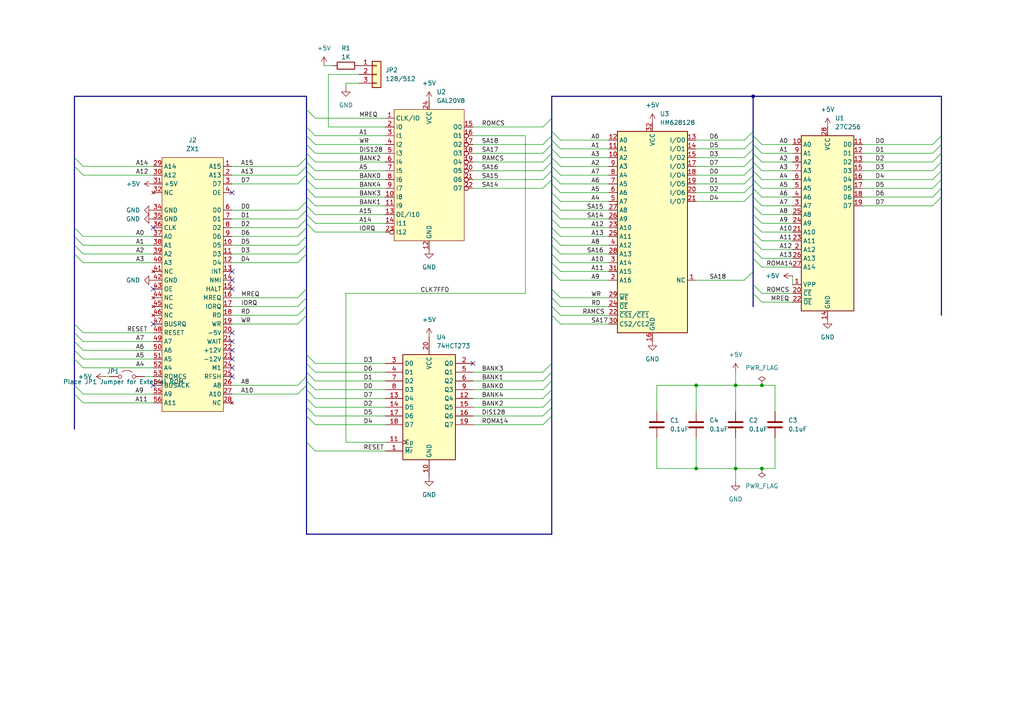
<source format=kicad_sch>
(kicad_sch (version 20250114) (generator "eeschema") (generator_version "9.0")
  (paper "A4")
  (lib_symbols
    (symbol "Connector_Generic:Conn_01x03" (pin_names (offset 1.016) (hide yes))
      (property "Reference" "J" (at 0 5.08 0))
      (property "Value" "Conn_01x03" (at 0 -5.08 0))
      (symbol "Conn_01x03_1_1"
        (rectangle (start -1.27 3.81) (end 1.27 -3.81) (stroke (width 0.254)) (fill (type background)))
        (rectangle (start -1.27 2.667) (end 0 2.413) (stroke (width 0.1524)))
        (rectangle (start -1.27 0.127) (end 0 -0.127) (stroke (width 0.1524)))
        (rectangle (start -1.27 -2.413) (end 0 -2.667) (stroke (width 0.1524)))
        (pin passive line (at -5.08 2.54 0) (length 3.81) (name "Pin_1") (number "1"))
        (pin passive line (at -5.08 0 0) (length 3.81) (name "Pin_2") (number "2"))
        (pin passive line (at -5.08 -2.54 0) (length 3.81) (name "Pin_3") (number "3"))
      )
    )
    (symbol "Device:C" (pin_numbers (hide yes)) (pin_names (offset 0.254))
      (property "Reference" "C" (at 0.635 2.54 0))
      (property "Value" "C" (at 0.635 -2.54 0))
      (symbol "C_0_1"
        (polyline (pts (xy -2.032 0.762) (xy 2.032 0.762)) (stroke (width 0.508)))
        (polyline (pts (xy -2.032 -0.762) (xy 2.032 -0.762)) (stroke (width 0.508)))
      )
      (symbol "C_1_1"
        (pin passive line (at 0 3.81 270) (length 2.794) (name "~") (number "1"))
        (pin passive line (at 0 -3.81 90) (length 2.794) (name "~") (number "2"))
      )
    )
    (symbol "Device:R" (pin_numbers (hide yes)) (pin_names (offset 0))
      (property "Reference" "R" (at 2.032 0 90))
      (property "Value" "R" (at 0 0 90))
      (symbol "R_0_1"
        (rectangle (start -1.016 -2.54) (end 1.016 2.54) (stroke (width 0.254)))
      )
      (symbol "R_1_1"
        (pin passive line (at 0 3.81 270) (length 1.27) (name "~") (number "1"))
        (pin passive line (at 0 -3.81 90) (length 1.27) (name "~") (number "2"))
      )
    )
    (symbol "Expander_lib:74HCT273"
      (property "Reference" "U" (at -7.62 16.51 0))
      (property "Value" "74HCT273" (at -7.62 -16.51 0))
      (symbol "74HCT273_1_0"
        (pin input line (at -12.7 12.7 0) (length 5.08) (name "D0") (number "3"))
        (pin input line (at -12.7 10.16 0) (length 5.08) (name "D1") (number "4"))
        (pin input line (at -12.7 7.62 0) (length 5.08) (name "D2") (number "7"))
        (pin input line (at -12.7 5.08 0) (length 5.08) (name "D3") (number "8"))
        (pin input line (at -12.7 2.54 0) (length 5.08) (name "D4") (number "13"))
        (pin input line (at -12.7 0 0) (length 5.08) (name "D5") (number "14"))
        (pin input line (at -12.7 -2.54 0) (length 5.08) (name "D6") (number "17"))
        (pin input line (at -12.7 -5.08 0) (length 5.08) (name "D7") (number "18"))
        (pin input clock (at -12.7 -10.16 0) (length 5.08) (name "Cp") (number "11"))
        (pin input line (at -12.7 -12.7 0) (length 5.08) (name "~{Mr}") (number "1"))
        (pin power_in line (at 0 20.32 270) (length 5.08) (name "VCC") (number "20"))
        (pin power_in line (at 0 -20.32 90) (length 5.08) (name "GND") (number "10"))
        (pin output line (at 12.7 12.7 180) (length 5.08) (name "Q0") (number "2"))
        (pin output line (at 12.7 10.16 180) (length 5.08) (name "Q1") (number "5"))
        (pin output line (at 12.7 7.62 180) (length 5.08) (name "Q2") (number "6"))
        (pin output line (at 12.7 5.08 180) (length 5.08) (name "Q3") (number "9"))
        (pin output line (at 12.7 2.54 180) (length 5.08) (name "Q4") (number "12"))
        (pin output line (at 12.7 0 180) (length 5.08) (name "Q5") (number "15"))
        (pin output line (at 12.7 -2.54 180) (length 5.08) (name "Q6") (number "16"))
        (pin output line (at 12.7 -5.08 180) (length 5.08) (name "Q7") (number "19"))
      )
      (symbol "74HCT273_1_1"
        (rectangle (start -7.62 15.24) (end 7.62 -15.24) (stroke (width 0.254)) (fill (type background)))
      )
    )
    (symbol "Expander_lib:GAL20V8"
      (property "Reference" "U" (at -12.7 16.51 0))
      (property "Value" "GAL20V8" (at 0 0 0))
      (symbol "GAL20V8_0_0"
        (pin input line (at -12.7 16.51 0) (length 2.54) (name "CLK/IO") (number "1"))
        (pin input line (at -12.7 13.97 0) (length 2.54) (name "I0") (number "2"))
        (pin input line (at -12.7 11.43 0) (length 2.54) (name "I1") (number "3"))
        (pin input line (at -12.7 8.89 0) (length 2.54) (name "I2") (number "4"))
        (pin input line (at -12.7 6.35 0) (length 2.54) (name "I3") (number "5"))
        (pin input line (at -12.7 3.81 0) (length 2.54) (name "I4") (number "6"))
        (pin input line (at -12.7 1.27 0) (length 2.54) (name "I5") (number "7"))
        (pin input line (at -12.7 -1.27 0) (length 2.54) (name "I6") (number "8"))
        (pin input line (at -12.7 -3.81 0) (length 2.54) (name "I7") (number "9"))
        (pin input line (at -12.7 -6.35 0) (length 2.54) (name "I8") (number "10"))
        (pin input line (at -12.7 -8.89 0) (length 2.54) (name "I9") (number "11"))
        (pin input line (at -12.7 -11.43 0) (length 2.54) (name "OE/I10") (number "13"))
        (pin input line (at -12.7 -13.97 0) (length 2.54) (name "I11") (number "14"))
        (pin output inverted (at -12.7 -16.51 0) (length 2.54) (name "I12") (number "23"))
        (pin power_in line (at 0 21.59 270) (length 2.54) (name "VCC") (number "24"))
        (pin power_in line (at 0 -21.59 90) (length 2.54) (name "GND") (number "12"))
        (pin input line (at 12.7 13.97 180) (length 2.54) (name "O0") (number "15"))
        (pin output inverted (at 12.7 11.43 180) (length 2.54) (name "O1") (number "16"))
        (pin output inverted (at 12.7 8.89 180) (length 2.54) (name "O2") (number "17"))
        (pin output inverted (at 12.7 6.35 180) (length 2.54) (name "O3") (number "18"))
        (pin output inverted (at 12.7 3.81 180) (length 2.54) (name "O4") (number "19"))
        (pin output inverted (at 12.7 1.27 180) (length 2.54) (name "O5") (number "20"))
        (pin output inverted (at 12.7 -1.27 180) (length 2.54) (name "O6") (number "21"))
        (pin output inverted (at 12.7 -3.81 180) (length 2.54) (name "O7") (number "22"))
      )
      (symbol "GAL20V8_1_1"
        (rectangle (start -10.16 19.05) (end 10.16 -19.05) (fill (type background)))
      )
    )
    (symbol "Expander_lib:HM628128_DIP32"
      (property "Reference" "U" (at -10.16 23.495 0))
      (property "Value" "HM628128_DIP32" (at 2.54 23.495 0))
      (symbol "HM628128_DIP32_0_0"
        (pin power_in line (at 0 25.4 270) (length 2.54) (name "VCC") (number "32"))
        (pin power_in line (at 0 -38.1 90) (length 2.54) (name "GND") (number "16"))
      )
      (symbol "HM628128_DIP32_0_1"
        (rectangle (start -10.16 22.86) (end 10.16 -35.56) (stroke (width 0.254)) (fill (type background)))
      )
      (symbol "HM628128_DIP32_1_1"
        (pin input line (at -12.7 20.32 0) (length 2.54) (name "A0") (number "12"))
        (pin input line (at -12.7 17.78 0) (length 2.54) (name "A1") (number "11"))
        (pin input line (at -12.7 15.24 0) (length 2.54) (name "A2") (number "10"))
        (pin input line (at -12.7 12.7 0) (length 2.54) (name "A3") (number "9"))
        (pin input line (at -12.7 10.16 0) (length 2.54) (name "A4") (number "8"))
        (pin input line (at -12.7 7.62 0) (length 2.54) (name "A5") (number "7"))
        (pin input line (at -12.7 5.08 0) (length 2.54) (name "A6") (number "6"))
        (pin input line (at -12.7 2.54 0) (length 2.54) (name "A7") (number "5"))
        (pin input line (at -12.7 0 0) (length 2.54) (name "A8") (number "27"))
        (pin input line (at -12.7 -2.54 0) (length 2.54) (name "A9") (number "26"))
        (pin input line (at -12.7 -5.08 0) (length 2.54) (name "A10") (number "23"))
        (pin input line (at -12.7 -7.62 0) (length 2.54) (name "A11") (number "25"))
        (pin input line (at -12.7 -10.16 0) (length 2.54) (name "A12") (number "4"))
        (pin input line (at -12.7 -12.7 0) (length 2.54) (name "A13") (number "28"))
        (pin input line (at -12.7 -15.24 0) (length 2.54) (name "A14") (number "3"))
        (pin input line (at -12.7 -17.78 0) (length 2.54) (name "A15") (number "31"))
        (pin input line (at -12.7 -20.32 0) (length 2.54) (name "A16") (number "2"))
        (pin input line (at -12.7 -25.4 0) (length 2.54) (name "~{WE}") (number "29"))
        (pin input line (at -12.7 -27.94 0) (length 2.54) (name "~{OE}") (number "24"))
        (pin input line (at -12.7 -30.48 0) (length 2.54) (name "~{CS1}/~{CE1}") (number "22"))
        (pin input line (at -12.7 -33.02 0) (length 2.54) (name "CS2/CE2") (number "30"))
        (pin tri_state line (at 12.7 20.32 180) (length 2.54) (name "I/O0") (number "13"))
        (pin tri_state line (at 12.7 17.78 180) (length 2.54) (name "I/O1") (number "14"))
        (pin tri_state line (at 12.7 15.24 180) (length 2.54) (name "I/O2") (number "15"))
        (pin tri_state line (at 12.7 12.7 180) (length 2.54) (name "I/O3") (number "17"))
        (pin tri_state line (at 12.7 10.16 180) (length 2.54) (name "I/O4") (number "18"))
        (pin tri_state line (at 12.7 7.62 180) (length 2.54) (name "I/O5") (number "19"))
        (pin tri_state line (at 12.7 5.08 180) (length 2.54) (name "I/O6") (number "20"))
        (pin tri_state line (at 12.7 2.54 180) (length 2.54) (name "I/O7") (number "21"))
        (pin input line (at 12.7 -20.32 180) (length 2.54) (name "NC") (number "1"))
      )
    )
    (symbol "Expander_lib:ZXBUS"
      (property "Reference" "J2" (at 0 43.18 0))
      (property "Value" "ZX1" (at 0 40.64 0))
      (symbol "ZXBUS_1_1"
        (rectangle (start 8.89 38.1) (end -8.89 -35.56) (fill (type background)))
        (pin bidirectional line (at -11.43 35.56 0) (length 2.54) (name "A14") (number "29"))
        (pin bidirectional line (at -11.43 33.02 0) (length 2.54) (name "A12") (number "30"))
        (pin power_in line (at -11.43 30.48 0) (length 2.54) (name "+5V") (number "31"))
        (pin no_connect line (at -11.43 27.94 0) (length 2.54) (name "NC") (number "32"))
        (pin power_in line (at -11.43 22.86 0) (length 2.54) (name "GND") (number "34"))
        (pin power_in line (at -11.43 20.32 0) (length 2.54) (name "GND") (number "35"))
        (pin bidirectional line (at -11.43 17.78 0) (length 2.54) (name "CLK") (number "36"))
        (pin bidirectional line (at -11.43 15.24 0) (length 2.54) (name "A0") (number "37"))
        (pin bidirectional line (at -11.43 12.7 0) (length 2.54) (name "A1") (number "38"))
        (pin bidirectional line (at -11.43 10.16 0) (length 2.54) (name "A2") (number "39"))
        (pin bidirectional line (at -11.43 7.62 0) (length 2.54) (name "A3") (number "40"))
        (pin no_connect line (at -11.43 5.08 0) (length 2.54) (name "NC") (number "41"))
        (pin power_in line (at -11.43 2.54 0) (length 2.54) (name "GND") (number "42"))
        (pin bidirectional line (at -11.43 0 0) (length 2.54) (name "OE") (number "43"))
        (pin no_connect line (at -11.43 -2.54 0) (length 2.54) (name "NC") (number "44"))
        (pin no_connect line (at -11.43 -5.08 0) (length 2.54) (name "NC") (number "45"))
        (pin no_connect line (at -11.43 -7.62 0) (length 2.54) (name "NC") (number "46"))
        (pin bidirectional line (at -11.43 -10.16 0) (length 2.54) (name "BUSRQ") (number "47"))
        (pin bidirectional line (at -11.43 -12.7 0) (length 2.54) (name "RESET") (number "48"))
        (pin bidirectional line (at -11.43 -15.24 0) (length 2.54) (name "A7") (number "49"))
        (pin bidirectional line (at -11.43 -17.78 0) (length 2.54) (name "A6") (number "50"))
        (pin bidirectional line (at -11.43 -20.32 0) (length 2.54) (name "A5") (number "51"))
        (pin bidirectional line (at -11.43 -22.86 0) (length 2.54) (name "A4") (number "52"))
        (pin bidirectional line (at -11.43 -25.4 0) (length 2.54) (name "ROMCS") (number "53"))
        (pin bidirectional line (at -11.43 -27.94 0) (length 2.54) (name "BUSACK") (number "54"))
        (pin bidirectional line (at -11.43 -30.48 0) (length 2.54) (name "A9") (number "55"))
        (pin bidirectional line (at -11.43 -33.02 0) (length 2.54) (name "A11") (number "56"))
        (pin bidirectional line (at 11.43 35.56 180) (length 2.54) (name "A15") (number "1"))
        (pin bidirectional line (at 11.43 33.02 180) (length 2.54) (name "A13") (number "2"))
        (pin bidirectional line (at 11.43 30.48 180) (length 2.54) (name "D7") (number "3"))
        (pin bidirectional line (at 11.43 27.94 180) (length 2.54) (name "OE") (number "4"))
        (pin bidirectional line (at 11.43 22.86 180) (length 2.54) (name "D0") (number "6"))
        (pin bidirectional line (at 11.43 20.32 180) (length 2.54) (name "D1") (number "7"))
        (pin bidirectional line (at 11.43 17.78 180) (length 2.54) (name "D2") (number "8"))
        (pin bidirectional line (at 11.43 15.24 180) (length 2.54) (name "D6") (number "9"))
        (pin bidirectional line (at 11.43 12.7 180) (length 2.54) (name "D5") (number "10"))
        (pin bidirectional line (at 11.43 10.16 180) (length 2.54) (name "D3") (number "11"))
        (pin bidirectional line (at 11.43 7.62 180) (length 2.54) (name "D4") (number "12"))
        (pin bidirectional line (at 11.43 5.08 180) (length 2.54) (name "INT") (number "13"))
        (pin bidirectional line (at 11.43 2.54 180) (length 2.54) (name "NMI") (number "14"))
        (pin bidirectional line (at 11.43 0 180) (length 2.54) (name "HALT") (number "15"))
        (pin bidirectional line (at 11.43 -2.54 180) (length 2.54) (name "MREQ") (number "16"))
        (pin bidirectional line (at 11.43 -5.08 180) (length 2.54) (name "IORQ") (number "17"))
        (pin bidirectional line (at 11.43 -7.62 180) (length 2.54) (name "RD") (number "18"))
        (pin bidirectional line (at 11.43 -10.16 180) (length 2.54) (name "WR") (number "19"))
        (pin power_in line (at 11.43 -12.7 180) (length 2.54) (name "-5V") (number "20"))
        (pin bidirectional line (at 11.43 -15.24 180) (length 2.54) (name "WAIT") (number "21"))
        (pin power_in line (at 11.43 -17.78 180) (length 2.54) (name "+12V") (number "22"))
        (pin power_in line (at 11.43 -20.32 180) (length 2.54) (name "-12V") (number "23"))
        (pin bidirectional line (at 11.43 -22.86 180) (length 2.54) (name "M1") (number "24"))
        (pin bidirectional line (at 11.43 -25.4 180) (length 2.54) (name "RFSH") (number "25"))
        (pin bidirectional line (at 11.43 -27.94 180) (length 2.54) (name "A8") (number "26"))
        (pin bidirectional line (at 11.43 -30.48 180) (length 2.54) (name "A10") (number "27"))
        (pin no_connect line (at 11.43 -33.02 180) (length 2.54) (name "NC") (number "28"))
      )
    )
    (symbol "Jumper:Jumper_2_Open" (pin_numbers (hide yes)) (pin_names (offset 0) (hide yes)) (exclude_from_sim yes)
      (property "Reference" "JP" (at 0 2.794 0))
      (property "Value" "Jumper_2_Open" (at 0 -2.286 0))
      (symbol "Jumper_2_Open_0_0"
        (circle (center -2.032 0) (radius 0.508))
        (circle (center 2.032 0) (radius 0.508))
      )
      (symbol "Jumper_2_Open_0_1"
        (arc (start -1.524 1.27) (mid 0 1.778) (end 1.524 1.27))
      )
      (symbol "Jumper_2_Open_1_1"
        (pin passive line (at -5.08 0 0) (length 2.54) (name "A") (number "1"))
        (pin passive line (at 5.08 0 180) (length 2.54) (name "B") (number "2"))
      )
    )
    (symbol "Memory_EPROM:27C256"
      (property "Reference" "U" (at -7.62 26.67 0))
      (property "Value" "27C256" (at 2.54 -26.67 0))
      (symbol "27C256_1_1"
        (rectangle (start -7.62 25.4) (end 7.62 -25.4) (stroke (width 0.254)) (fill (type background)))
        (pin input line (at -10.16 22.86 0) (length 2.54) (name "A0") (number "10"))
        (pin input line (at -10.16 20.32 0) (length 2.54) (name "A1") (number "9"))
        (pin input line (at -10.16 17.78 0) (length 2.54) (name "A2") (number "8"))
        (pin input line (at -10.16 15.24 0) (length 2.54) (name "A3") (number "7"))
        (pin input line (at -10.16 12.7 0) (length 2.54) (name "A4") (number "6"))
        (pin input line (at -10.16 10.16 0) (length 2.54) (name "A5") (number "5"))
        (pin input line (at -10.16 7.62 0) (length 2.54) (name "A6") (number "4"))
        (pin input line (at -10.16 5.08 0) (length 2.54) (name "A7") (number "3"))
        (pin input line (at -10.16 2.54 0) (length 2.54) (name "A8") (number "25"))
        (pin input line (at -10.16 0 0) (length 2.54) (name "A9") (number "24"))
        (pin input line (at -10.16 -2.54 0) (length 2.54) (name "A10") (number "21"))
        (pin input line (at -10.16 -5.08 0) (length 2.54) (name "A11") (number "23"))
        (pin input line (at -10.16 -7.62 0) (length 2.54) (name "A12") (number "2"))
        (pin input line (at -10.16 -10.16 0) (length 2.54) (name "A13") (number "26"))
        (pin input line (at -10.16 -12.7 0) (length 2.54) (name "A14") (number "27"))
        (pin input line (at -10.16 -17.78 0) (length 2.54) (name "VPP") (number "1"))
        (pin input line (at -10.16 -20.32 0) (length 2.54) (name "~{CE}") (number "20"))
        (pin input line (at -10.16 -22.86 0) (length 2.54) (name "~{OE}") (number "22"))
        (pin power_in line (at 0 27.94 270) (length 2.54) (name "VCC") (number "28"))
        (pin power_in line (at 0 -27.94 90) (length 2.54) (name "GND") (number "14"))
        (pin tri_state line (at 10.16 22.86 180) (length 2.54) (name "D0") (number "11"))
        (pin tri_state line (at 10.16 20.32 180) (length 2.54) (name "D1") (number "12"))
        (pin tri_state line (at 10.16 17.78 180) (length 2.54) (name "D2") (number "13"))
        (pin tri_state line (at 10.16 15.24 180) (length 2.54) (name "D3") (number "15"))
        (pin tri_state line (at 10.16 12.7 180) (length 2.54) (name "D4") (number "16"))
        (pin tri_state line (at 10.16 10.16 180) (length 2.54) (name "D5") (number "17"))
        (pin tri_state line (at 10.16 7.62 180) (length 2.54) (name "D6") (number "18"))
        (pin tri_state line (at 10.16 5.08 180) (length 2.54) (name "D7") (number "19"))
      )
    )
    (symbol "power:+5V" (power) (pin_numbers (hide yes)) (pin_names (offset 0) (hide yes))
      (property "Value" "+5V" (at 0 3.556 0))
      (symbol "+5V_0_1"
        (polyline (pts (xy -0.762 1.27) (xy 0 2.54)))
        (polyline (pts (xy 0 2.54) (xy 0.762 1.27)))
        (polyline (pts (xy 0 0) (xy 0 2.54)))
      )
      (symbol "+5V_1_1"
        (pin power_in line (at 0 0 90) (length 0) (name "~") (number "1"))
      )
    )
    (symbol "power:GND" (power) (pin_numbers (hide yes)) (pin_names (offset 0) (hide yes))
      (property "Value" "GND" (at 0 -3.81 0))
      (symbol "GND_0_1"
        (polyline (pts (xy 0 0) (xy 0 -1.27) (xy 1.27 -1.27) (xy 0 -2.54) (xy -1.27 -1.27) (xy 0 -1.27)))
      )
      (symbol "GND_1_1"
        (pin power_in line (at 0 0 270) (length 0) (name "~") (number "1"))
      )
    )
    (symbol "power:PWR_FLAG" (power) (pin_numbers (hide yes)) (pin_names (offset 0) (hide yes))
      (property "Value" "PWR_FLAG" (at 0 3.81 0))
      (symbol "PWR_FLAG_0_0"
        (pin power_out line (at 0 0 90) (length 0) (name "~") (number "1"))
      )
      (symbol "PWR_FLAG_0_1"
        (polyline (pts (xy 0 0) (xy 0 1.27) (xy -1.016 1.905) (xy 0 2.54) (xy 1.016 1.905) (xy 0 1.27)))
      )
    )
  )
  (junction (at 213.36 111.76))
  (junction (at 220.98 135.89))
  (junction (at 213.36 135.89))
  (junction (at 201.93 111.76))
  (junction (at 201.93 135.89))
  (junction (at 220.98 111.76))
  (junction (at 218.44 27.94))
  (no_connect (at 44.45 111.76))
  (no_connect (at 44.45 93.98))
  (no_connect (at 67.31 109.22))
  (no_connect (at 67.31 106.68))
  (no_connect (at 44.45 66.04))
  (no_connect (at 67.31 104.14))
  (no_connect (at 67.31 99.06))
  (no_connect (at 67.31 83.82))
  (no_connect (at 67.31 101.6))
  (no_connect (at 44.45 83.82))
  (no_connect (at 137.16 105.41))
  (no_connect (at 67.31 55.88))
  (no_connect (at 67.31 81.28))
  (no_connect (at 67.31 78.74))
  (no_connect (at 67.31 96.52))
  (bus_entry (at 220.98 64.77) (size -2.54 -2.54))
  (bus_entry (at 273.05 54.61) (size -2.54 2.54))
  (bus_entry (at 160.02 76.2) (size 2.54 2.54))
  (bus_entry (at 88.9 110.49) (size 2.54 2.54))
  (bus_entry (at 218.44 48.26) (size -2.54 2.54))
  (bus_entry (at 218.44 45.72) (size -2.54 2.54))
  (bus_entry (at 88.9 57.15) (size 2.54 2.54))
  (bus_entry (at 273.05 46.99) (size -2.54 2.54))
  (bus_entry (at 88.9 86.36) (size -2.54 2.54))
  (bus_entry (at 220.98 44.45) (size -2.54 -2.54))
  (bus_entry (at 273.05 49.53) (size -2.54 2.54))
  (bus_entry (at 160.02 46.99) (size -2.54 2.54))
  (bus_entry (at 88.9 50.8) (size -2.54 2.54))
  (bus_entry (at 88.9 128.27) (size 2.54 2.54))
  (bus_entry (at 160.02 43.18) (size 2.54 2.54))
  (bus_entry (at 218.44 50.8) (size -2.54 2.54))
  (bus_entry (at 88.9 52.07) (size 2.54 2.54))
  (bus_entry (at 220.98 72.39) (size -2.54 -2.54))
  (bus_entry (at 88.9 88.9) (size -2.54 2.54))
  (bus_entry (at 220.98 49.53) (size -2.54 -2.54))
  (bus_entry (at 160.02 83.82) (size 2.54 2.54))
  (bus_entry (at 88.9 44.45) (size 2.54 2.54))
  (bus_entry (at 220.98 85.09) (size -2.54 -2.54))
  (bus_entry (at 160.02 73.66) (size 2.54 2.54))
  (bus_entry (at 21.59 68.58) (size 2.54 2.54))
  (bus_entry (at 21.59 48.26) (size 2.54 2.54))
  (bus_entry (at 160.02 68.58) (size 2.54 2.54))
  (bus_entry (at 88.9 111.76) (size -2.54 2.54))
  (bus_entry (at 21.59 93.98) (size 2.54 2.54))
  (bus_entry (at 160.02 63.5) (size 2.54 2.54))
  (bus_entry (at 220.98 67.31) (size -2.54 -2.54))
  (bus_entry (at 160.02 115.57) (size -2.54 2.54))
  (bus_entry (at 88.9 41.91) (size 2.54 2.54))
  (bus_entry (at 160.02 39.37) (size -2.54 2.54))
  (bus_entry (at 88.9 54.61) (size 2.54 2.54))
  (bus_entry (at 88.9 109.22) (size -2.54 2.54))
  (bus_entry (at 88.9 73.66) (size -2.54 2.54))
  (bus_entry (at 160.02 120.65) (size -2.54 2.54))
  (bus_entry (at 21.59 73.66) (size 2.54 2.54))
  (bus_entry (at 88.9 68.58) (size -2.54 2.54))
  (bus_entry (at 160.02 48.26) (size 2.54 2.54))
  (bus_entry (at 21.59 101.6) (size 2.54 2.54))
  (bus_entry (at 21.59 66.04) (size 2.54 2.54))
  (bus_entry (at 160.02 58.42) (size 2.54 2.54))
  (bus_entry (at 21.59 111.76) (size 2.54 2.54))
  (bus_entry (at 88.9 62.23) (size 2.54 2.54))
  (bus_entry (at 220.98 52.07) (size -2.54 -2.54))
  (bus_entry (at 218.44 78.74) (size -2.54 2.54))
  (bus_entry (at 273.05 52.07) (size -2.54 2.54))
  (bus_entry (at 88.9 120.65) (size 2.54 2.54))
  (bus_entry (at 21.59 114.3) (size 2.54 2.54))
  (bus_entry (at 160.02 110.49) (size -2.54 2.54))
  (bus_entry (at 218.44 38.1) (size -2.54 2.54))
  (bus_entry (at 160.02 107.95) (size -2.54 2.54))
  (bus_entry (at 88.9 46.99) (size 2.54 2.54))
  (bus_entry (at 88.9 113.03) (size 2.54 2.54))
  (bus_entry (at 88.9 118.11) (size 2.54 2.54))
  (bus_entry (at 160.02 86.36) (size 2.54 2.54))
  (bus_entry (at 21.59 104.14) (size 2.54 2.54))
  (bus_entry (at 160.02 44.45) (size -2.54 2.54))
  (bus_entry (at 88.9 71.12) (size -2.54 2.54))
  (bus_entry (at 160.02 118.11) (size -2.54 2.54))
  (bus_entry (at 160.02 50.8) (size 2.54 2.54))
  (bus_entry (at 88.9 102.87) (size 2.54 2.54))
  (bus_entry (at 88.9 115.57) (size 2.54 2.54))
  (bus_entry (at 273.05 39.37) (size -2.54 2.54))
  (bus_entry (at 88.9 105.41) (size 2.54 2.54))
  (bus_entry (at 220.98 41.91) (size -2.54 -2.54))
  (bus_entry (at 160.02 66.04) (size 2.54 2.54))
  (bus_entry (at 88.9 64.77) (size 2.54 2.54))
  (bus_entry (at 273.05 44.45) (size -2.54 2.54))
  (bus_entry (at 21.59 99.06) (size 2.54 2.54))
  (bus_entry (at 88.9 63.5) (size -2.54 2.54))
  (bus_entry (at 220.98 59.69) (size -2.54 -2.54))
  (bus_entry (at 88.9 83.82) (size -2.54 2.54))
  (bus_entry (at 218.44 40.64) (size -2.54 2.54))
  (bus_entry (at 160.02 113.03) (size -2.54 2.54))
  (bus_entry (at 160.02 38.1) (size 2.54 2.54))
  (bus_entry (at 160.02 78.74) (size 2.54 2.54))
  (bus_entry (at 273.05 41.91) (size -2.54 2.54))
  (bus_entry (at 220.98 46.99) (size -2.54 -2.54))
  (bus_entry (at 220.98 54.61) (size -2.54 -2.54))
  (bus_entry (at 220.98 62.23) (size -2.54 -2.54))
  (bus_entry (at 160.02 41.91) (size -2.54 2.54))
  (bus_entry (at 160.02 91.44) (size 2.54 2.54))
  (bus_entry (at 88.9 48.26) (size -2.54 2.54))
  (bus_entry (at 160.02 49.53) (size -2.54 2.54))
  (bus_entry (at 88.9 59.69) (size 2.54 2.54))
  (bus_entry (at 160.02 53.34) (size 2.54 2.54))
  (bus_entry (at 160.02 40.64) (size 2.54 2.54))
  (bus_entry (at 220.98 69.85) (size -2.54 -2.54))
  (bus_entry (at 88.9 60.96) (size -2.54 2.54))
  (bus_entry (at 160.02 71.12) (size 2.54 2.54))
  (bus_entry (at 220.98 87.63) (size -2.54 -2.54))
  (bus_entry (at 88.9 91.44) (size -2.54 2.54))
  (bus_entry (at 21.59 71.12) (size 2.54 2.54))
  (bus_entry (at 273.05 57.15) (size -2.54 2.54))
  (bus_entry (at 160.02 52.07) (size -2.54 2.54))
  (bus_entry (at 160.02 60.96) (size 2.54 2.54))
  (bus_entry (at 220.98 77.47) (size -2.54 -2.54))
  (bus_entry (at 88.9 58.42) (size -2.54 2.54))
  (bus_entry (at 160.02 45.72) (size 2.54 2.54))
  (bus_entry (at 218.44 55.88) (size -2.54 2.54))
  (bus_entry (at 160.02 55.88) (size 2.54 2.54))
  (bus_entry (at 220.98 74.93) (size -2.54 -2.54))
  (bus_entry (at 218.44 53.34) (size -2.54 2.54))
  (bus_entry (at 88.9 31.75) (size 2.54 2.54))
  (bus_entry (at 88.9 49.53) (size 2.54 2.54))
  (bus_entry (at 21.59 45.72) (size 2.54 2.54))
  (bus_entry (at 88.9 66.04) (size -2.54 2.54))
  (bus_entry (at 218.44 43.18) (size -2.54 2.54))
  (bus_entry (at 88.9 36.83) (size 2.54 2.54))
  (bus_entry (at 160.02 34.29) (size -2.54 2.54))
  (bus_entry (at 160.02 105.41) (size -2.54 2.54))
  (bus_entry (at 21.59 96.52) (size 2.54 2.54))
  (bus_entry (at 88.9 107.95) (size 2.54 2.54))
  (bus_entry (at 220.98 57.15) (size -2.54 -2.54))
  (bus_entry (at 88.9 45.72) (size -2.54 2.54))
  (bus_entry (at 160.02 88.9) (size 2.54 2.54))
  (bus_entry (at 88.9 39.37) (size 2.54 2.54))
  (bus (pts (xy 21.59 101.6) (xy 21.59 99.06)))
  (wire (pts (xy 24.13 48.26) (xy 44.45 48.26)))
  (wire (pts (xy 67.31 91.44) (xy 86.36 91.44)))
  (bus (pts (xy 88.9 63.5) (xy 88.9 64.77)))
  (bus (pts (xy 88.9 46.99) (xy 88.9 48.26)))
  (wire (pts (xy 111.76 36.83) (xy 95.25 36.83)))
  (bus (pts (xy 160.02 63.5) (xy 160.02 60.96)))
  (wire (pts (xy 91.44 67.31) (xy 111.76 67.31)))
  (wire (pts (xy 220.98 54.61) (xy 229.87 54.61)))
  (wire (pts (xy 270.51 52.07) (xy 250.19 52.07)))
  (wire (pts (xy 220.98 69.85) (xy 229.87 69.85)))
  (wire (pts (xy 220.98 64.77) (xy 229.87 64.77)))
  (wire (pts (xy 157.48 54.61) (xy 137.16 54.61)))
  (bus (pts (xy 88.9 107.95) (xy 88.9 109.22)))
  (bus (pts (xy 88.9 73.66) (xy 88.9 83.82)))
  (bus (pts (xy 88.9 60.96) (xy 88.9 62.23)))
  (bus (pts (xy 160.02 113.03) (xy 160.02 110.49)))
  (bus (pts (xy 21.59 93.98) (xy 21.59 96.52)))
  (wire (pts (xy 220.98 74.93) (xy 229.87 74.93)))
  (wire (pts (xy 270.51 46.99) (xy 250.19 46.99)))
  (wire (pts (xy 91.44 59.69) (xy 111.76 59.69)))
  (bus (pts (xy 21.59 68.58) (xy 21.59 66.04)))
  (wire (pts (xy 67.31 111.76) (xy 86.36 111.76)))
  (bus (pts (xy 160.02 60.96) (xy 160.02 58.42)))
  (wire (pts (xy 215.9 55.88) (xy 201.93 55.88)))
  (bus (pts (xy 160.02 53.34) (xy 160.02 52.07)))
  (wire (pts (xy 220.98 59.69) (xy 229.87 59.69)))
  (bus (pts (xy 218.44 39.37) (xy 218.44 40.64)))
  (wire (pts (xy 220.98 85.09) (xy 229.87 85.09)))
  (bus (pts (xy 160.02 68.58) (xy 160.02 66.04)))
  (bus (pts (xy 218.44 69.85) (xy 218.44 72.39)))
  (bus (pts (xy 88.9 45.72) (xy 88.9 46.99)))
  (wire (pts (xy 91.44 118.11) (xy 111.76 118.11)))
  (wire (pts (xy 67.31 48.26) (xy 86.36 48.26)))
  (bus (pts (xy 218.44 40.64) (xy 218.44 41.91)))
  (wire (pts (xy 215.9 53.34) (xy 201.93 53.34)))
  (wire (pts (xy 190.5 127) (xy 190.5 135.89)))
  (wire (pts (xy 104.14 24.13) (xy 100.33 24.13)))
  (wire (pts (xy 215.9 43.18) (xy 201.93 43.18)))
  (bus (pts (xy 88.9 27.94) (xy 88.9 31.75)))
  (wire (pts (xy 157.48 41.91) (xy 137.16 41.91)))
  (bus (pts (xy 160.02 55.88) (xy 160.02 53.34)))
  (bus (pts (xy 160.02 88.9) (xy 160.02 86.36)))
  (wire (pts (xy 270.51 59.69) (xy 250.19 59.69)))
  (bus (pts (xy 218.44 82.55) (xy 218.44 85.09)))
  (wire (pts (xy 157.48 123.19) (xy 137.16 123.19)))
  (bus (pts (xy 273.05 41.91) (xy 273.05 44.45)))
  (wire (pts (xy 111.76 128.27) (xy 100.33 128.27)))
  (bus (pts (xy 21.59 114.3) (xy 21.59 124.46)))
  (bus (pts (xy 21.59 73.66) (xy 21.59 93.98)))
  (wire (pts (xy 91.44 64.77) (xy 111.76 64.77)))
  (bus (pts (xy 160.02 73.66) (xy 160.02 71.12)))
  (bus (pts (xy 160.02 34.29) (xy 160.02 27.94)))
  (bus (pts (xy 218.44 52.07) (xy 218.44 53.34)))
  (wire (pts (xy 67.31 93.98) (xy 86.36 93.98)))
  (bus (pts (xy 21.59 114.3) (xy 21.59 111.76)))
  (bus (pts (xy 218.44 72.39) (xy 218.44 74.93)))
  (wire (pts (xy 220.98 41.91) (xy 229.87 41.91)))
  (bus (pts (xy 88.9 52.07) (xy 88.9 54.61)))
  (wire (pts (xy 67.31 86.36) (xy 86.36 86.36)))
  (wire (pts (xy 220.98 49.53) (xy 229.87 49.53)))
  (bus (pts (xy 160.02 49.53) (xy 160.02 48.26)))
  (bus (pts (xy 88.9 102.87) (xy 88.9 105.41)))
  (wire (pts (xy 91.44 57.15) (xy 111.76 57.15)))
  (bus (pts (xy 218.44 45.72) (xy 218.44 46.99)))
  (wire (pts (xy 220.98 62.23) (xy 229.87 62.23)))
  (wire (pts (xy 24.13 73.66) (xy 44.45 73.66)))
  (wire (pts (xy 67.31 50.8) (xy 86.36 50.8)))
  (wire (pts (xy 201.93 119.38) (xy 201.93 111.76)))
  (bus (pts (xy 218.44 49.53) (xy 218.44 50.8)))
  (bus (pts (xy 160.02 120.65) (xy 160.02 154.94)))
  (wire (pts (xy 91.44 41.91) (xy 111.76 41.91)))
  (wire (pts (xy 162.56 55.88) (xy 176.53 55.88)))
  (bus (pts (xy 160.02 107.95) (xy 160.02 105.41)))
  (wire (pts (xy 215.9 58.42) (xy 201.93 58.42)))
  (wire (pts (xy 162.56 63.5) (xy 176.53 63.5)))
  (wire (pts (xy 162.56 93.98) (xy 176.53 93.98)))
  (wire (pts (xy 190.5 135.89) (xy 201.93 135.89)))
  (bus (pts (xy 160.02 91.44) (xy 160.02 88.9)))
  (wire (pts (xy 162.56 91.44) (xy 176.53 91.44)))
  (bus (pts (xy 160.02 39.37) (xy 160.02 38.1)))
  (bus (pts (xy 88.9 115.57) (xy 88.9 118.11)))
  (wire (pts (xy 215.9 48.26) (xy 201.93 48.26)))
  (bus (pts (xy 160.02 78.74) (xy 160.02 76.2)))
  (wire (pts (xy 41.91 109.22) (xy 44.45 109.22)))
  (bus (pts (xy 88.9 105.41) (xy 88.9 107.95)))
  (wire (pts (xy 24.13 101.6) (xy 44.45 101.6)))
  (wire (pts (xy 157.48 110.49) (xy 137.16 110.49)))
  (wire (pts (xy 224.79 127) (xy 224.79 135.89)))
  (bus (pts (xy 88.9 110.49) (xy 88.9 111.76)))
  (bus (pts (xy 218.44 59.69) (xy 218.44 62.23)))
  (wire (pts (xy 67.31 63.5) (xy 86.36 63.5)))
  (wire (pts (xy 152.4 85.09) (xy 152.4 39.37)))
  (wire (pts (xy 229.87 80.01) (xy 229.87 82.55)))
  (wire (pts (xy 220.98 57.15) (xy 229.87 57.15)))
  (bus (pts (xy 88.9 128.27) (xy 88.9 154.94)))
  (wire (pts (xy 220.98 52.07) (xy 229.87 52.07)))
  (wire (pts (xy 270.51 57.15) (xy 250.19 57.15)))
  (bus (pts (xy 273.05 46.99) (xy 273.05 49.53)))
  (wire (pts (xy 220.98 72.39) (xy 229.87 72.39)))
  (wire (pts (xy 91.44 105.41) (xy 111.76 105.41)))
  (wire (pts (xy 24.13 104.14) (xy 44.45 104.14)))
  (wire (pts (xy 215.9 45.72) (xy 201.93 45.72)))
  (wire (pts (xy 91.44 123.19) (xy 111.76 123.19)))
  (wire (pts (xy 162.56 86.36) (xy 176.53 86.36)))
  (bus (pts (xy 160.02 41.91) (xy 160.02 40.64)))
  (wire (pts (xy 162.56 78.74) (xy 176.53 78.74)))
  (wire (pts (xy 213.36 139.7) (xy 213.36 135.89)))
  (bus (pts (xy 88.9 118.11) (xy 88.9 120.65)))
  (wire (pts (xy 67.31 53.34) (xy 86.36 53.34)))
  (bus (pts (xy 21.59 27.94) (xy 88.9 27.94)))
  (bus (pts (xy 88.9 154.94) (xy 160.02 154.94)))
  (bus (pts (xy 160.02 27.94) (xy 218.44 27.94)))
  (wire (pts (xy 67.31 68.58) (xy 86.36 68.58)))
  (bus (pts (xy 21.59 104.14) (xy 21.59 101.6)))
  (bus (pts (xy 88.9 54.61) (xy 88.9 57.15)))
  (wire (pts (xy 157.48 44.45) (xy 137.16 44.45)))
  (wire (pts (xy 162.56 81.28) (xy 176.53 81.28)))
  (wire (pts (xy 190.5 119.38) (xy 190.5 111.76)))
  (wire (pts (xy 213.36 111.76) (xy 213.36 119.38)))
  (wire (pts (xy 224.79 119.38) (xy 224.79 111.76)))
  (wire (pts (xy 215.9 40.64) (xy 201.93 40.64)))
  (wire (pts (xy 162.56 43.18) (xy 176.53 43.18)))
  (wire (pts (xy 24.13 96.52) (xy 44.45 96.52)))
  (wire (pts (xy 157.48 49.53) (xy 137.16 49.53)))
  (bus (pts (xy 88.9 62.23) (xy 88.9 63.5)))
  (bus (pts (xy 88.9 57.15) (xy 88.9 58.42)))
  (wire (pts (xy 162.56 40.64) (xy 176.53 40.64)))
  (wire (pts (xy 67.31 114.3) (xy 86.36 114.3)))
  (wire (pts (xy 91.44 130.81) (xy 111.76 130.81)))
  (wire (pts (xy 157.48 107.95) (xy 137.16 107.95)))
  (wire (pts (xy 162.56 58.42) (xy 176.53 58.42)))
  (wire (pts (xy 100.33 24.13) (xy 100.33 25.4)))
  (bus (pts (xy 218.44 62.23) (xy 218.44 64.77)))
  (bus (pts (xy 218.44 44.45) (xy 218.44 45.72)))
  (wire (pts (xy 270.51 41.91) (xy 250.19 41.91)))
  (bus (pts (xy 160.02 40.64) (xy 160.02 39.37)))
  (wire (pts (xy 157.48 115.57) (xy 137.16 115.57)))
  (wire (pts (xy 91.44 113.03) (xy 111.76 113.03)))
  (bus (pts (xy 218.44 27.94) (xy 273.05 27.94)))
  (bus (pts (xy 218.44 46.99) (xy 218.44 48.26)))
  (wire (pts (xy 24.13 50.8) (xy 44.45 50.8)))
  (wire (pts (xy 157.48 113.03) (xy 137.16 113.03)))
  (bus (pts (xy 21.59 45.72) (xy 21.59 27.94)))
  (bus (pts (xy 218.44 85.09) (xy 218.44 88.9)))
  (bus (pts (xy 218.44 78.74) (xy 218.44 82.55)))
  (bus (pts (xy 88.9 83.82) (xy 88.9 86.36)))
  (wire (pts (xy 67.31 60.96) (xy 86.36 60.96)))
  (bus (pts (xy 88.9 86.36) (xy 88.9 88.9)))
  (wire (pts (xy 91.44 44.45) (xy 111.76 44.45)))
  (bus (pts (xy 160.02 50.8) (xy 160.02 49.53)))
  (wire (pts (xy 220.98 135.89) (xy 213.36 135.89)))
  (wire (pts (xy 157.48 118.11) (xy 137.16 118.11)))
  (wire (pts (xy 67.31 88.9) (xy 86.36 88.9)))
  (bus (pts (xy 273.05 57.15) (xy 273.05 91.44)))
  (wire (pts (xy 162.56 73.66) (xy 176.53 73.66)))
  (wire (pts (xy 224.79 135.89) (xy 220.98 135.89)))
  (bus (pts (xy 160.02 46.99) (xy 160.02 45.72)))
  (bus (pts (xy 160.02 110.49) (xy 160.02 107.95)))
  (wire (pts (xy 213.36 127) (xy 213.36 135.89)))
  (bus (pts (xy 88.9 49.53) (xy 88.9 50.8)))
  (wire (pts (xy 91.44 107.95) (xy 111.76 107.95)))
  (wire (pts (xy 91.44 62.23) (xy 111.76 62.23)))
  (wire (pts (xy 215.9 50.8) (xy 201.93 50.8)))
  (bus (pts (xy 160.02 58.42) (xy 160.02 55.88)))
  (bus (pts (xy 88.9 91.44) (xy 88.9 102.87)))
  (wire (pts (xy 95.25 21.59) (xy 104.14 21.59)))
  (bus (pts (xy 88.9 71.12) (xy 88.9 73.66)))
  (wire (pts (xy 270.51 49.53) (xy 250.19 49.53)))
  (bus (pts (xy 218.44 67.31) (xy 218.44 69.85)))
  (wire (pts (xy 220.98 46.99) (xy 229.87 46.99)))
  (wire (pts (xy 24.13 99.06) (xy 44.45 99.06)))
  (bus (pts (xy 160.02 71.12) (xy 160.02 68.58)))
  (bus (pts (xy 21.59 71.12) (xy 21.59 68.58)))
  (wire (pts (xy 162.56 45.72) (xy 176.53 45.72)))
  (wire (pts (xy 162.56 71.12) (xy 176.53 71.12)))
  (bus (pts (xy 218.44 38.1) (xy 218.44 39.37)))
  (wire (pts (xy 152.4 39.37) (xy 137.16 39.37)))
  (bus (pts (xy 160.02 118.11) (xy 160.02 120.65)))
  (wire (pts (xy 24.13 116.84) (xy 44.45 116.84)))
  (bus (pts (xy 88.9 68.58) (xy 88.9 71.12)))
  (bus (pts (xy 88.9 64.77) (xy 88.9 66.04)))
  (wire (pts (xy 91.44 120.65) (xy 111.76 120.65)))
  (wire (pts (xy 220.98 44.45) (xy 229.87 44.45)))
  (wire (pts (xy 201.93 127) (xy 201.93 135.89)))
  (bus (pts (xy 218.44 54.61) (xy 218.44 55.88)))
  (wire (pts (xy 67.31 73.66) (xy 86.36 73.66)))
  (wire (pts (xy 67.31 71.12) (xy 86.36 71.12)))
  (wire (pts (xy 162.56 48.26) (xy 176.53 48.26)))
  (wire (pts (xy 30.48 109.22) (xy 31.75 109.22)))
  (bus (pts (xy 160.02 76.2) (xy 160.02 73.66)))
  (bus (pts (xy 218.44 41.91) (xy 218.44 43.18)))
  (wire (pts (xy 162.56 66.04) (xy 176.53 66.04)))
  (wire (pts (xy 190.5 111.76) (xy 201.93 111.76)))
  (bus (pts (xy 21.59 73.66) (xy 21.59 71.12)))
  (bus (pts (xy 160.02 86.36) (xy 160.02 83.82)))
  (wire (pts (xy 270.51 44.45) (xy 250.19 44.45)))
  (bus (pts (xy 88.9 109.22) (xy 88.9 110.49)))
  (bus (pts (xy 21.59 48.26) (xy 21.59 66.04)))
  (wire (pts (xy 93.98 19.05) (xy 96.52 19.05)))
  (bus (pts (xy 21.59 48.26) (xy 21.59 45.72)))
  (wire (pts (xy 91.44 49.53) (xy 111.76 49.53)))
  (bus (pts (xy 88.9 31.75) (xy 88.9 36.83)))
  (wire (pts (xy 95.25 21.59) (xy 95.25 36.83)))
  (wire (pts (xy 157.48 36.83) (xy 137.16 36.83)))
  (wire (pts (xy 24.13 106.68) (xy 44.45 106.68)))
  (bus (pts (xy 160.02 45.72) (xy 160.02 44.45)))
  (wire (pts (xy 100.33 128.27) (xy 100.33 85.09)))
  (wire (pts (xy 91.44 110.49) (xy 111.76 110.49)))
  (bus (pts (xy 160.02 115.57) (xy 160.02 113.03)))
  (bus (pts (xy 160.02 52.07) (xy 160.02 50.8)))
  (bus (pts (xy 273.05 44.45) (xy 273.05 46.99)))
  (bus (pts (xy 160.02 34.29) (xy 160.02 38.1)))
  (bus (pts (xy 21.59 99.06) (xy 21.59 96.52)))
  (wire (pts (xy 91.44 46.99) (xy 111.76 46.99)))
  (bus (pts (xy 88.9 111.76) (xy 88.9 113.03)))
  (bus (pts (xy 160.02 78.74) (xy 160.02 83.82)))
  (bus (pts (xy 218.44 43.18) (xy 218.44 44.45)))
  (wire (pts (xy 162.56 88.9) (xy 176.53 88.9)))
  (bus (pts (xy 218.44 27.94) (xy 218.44 38.1)))
  (wire (pts (xy 201.93 111.76) (xy 213.36 111.76)))
  (wire (pts (xy 100.33 85.09) (xy 152.4 85.09)))
  (bus (pts (xy 88.9 113.03) (xy 88.9 115.57)))
  (bus (pts (xy 218.44 74.93) (xy 218.44 78.74)))
  (bus (pts (xy 160.02 91.44) (xy 160.02 105.41)))
  (wire (pts (xy 220.98 67.31) (xy 229.87 67.31)))
  (bus (pts (xy 273.05 52.07) (xy 273.05 54.61)))
  (wire (pts (xy 24.13 68.58) (xy 44.45 68.58)))
  (wire (pts (xy 162.56 53.34) (xy 176.53 53.34)))
  (wire (pts (xy 162.56 50.8) (xy 176.53 50.8)))
  (wire (pts (xy 215.9 81.28) (xy 201.93 81.28)))
  (bus (pts (xy 88.9 66.04) (xy 88.9 68.58)))
  (bus (pts (xy 88.9 39.37) (xy 88.9 41.91)))
  (wire (pts (xy 91.44 52.07) (xy 111.76 52.07)))
  (wire (pts (xy 162.56 76.2) (xy 176.53 76.2)))
  (wire (pts (xy 270.51 54.61) (xy 250.19 54.61)))
  (bus (pts (xy 21.59 104.14) (xy 21.59 111.76)))
  (bus (pts (xy 160.02 118.11) (xy 160.02 115.57)))
  (wire (pts (xy 91.44 39.37) (xy 111.76 39.37)))
  (bus (pts (xy 273.05 39.37) (xy 273.05 41.91)))
  (bus (pts (xy 218.44 55.88) (xy 218.44 57.15)))
  (wire (pts (xy 220.98 111.76) (xy 213.36 111.76)))
  (wire (pts (xy 213.36 107.95) (xy 213.36 111.76)))
  (bus (pts (xy 273.05 49.53) (xy 273.05 52.07)))
  (wire (pts (xy 162.56 68.58) (xy 176.53 68.58)))
  (bus (pts (xy 88.9 36.83) (xy 88.9 39.37)))
  (bus (pts (xy 218.44 64.77) (xy 218.44 67.31)))
  (wire (pts (xy 224.79 111.76) (xy 220.98 111.76)))
  (bus (pts (xy 273.05 54.61) (xy 273.05 57.15)))
  (wire (pts (xy 24.13 114.3) (xy 44.45 114.3)))
  (wire (pts (xy 67.31 66.04) (xy 86.36 66.04)))
  (wire (pts (xy 24.13 76.2) (xy 44.45 76.2)))
  (bus (pts (xy 273.05 27.94) (xy 273.05 39.37)))
  (wire (pts (xy 157.48 120.65) (xy 137.16 120.65)))
  (bus (pts (xy 218.44 50.8) (xy 218.44 52.07)))
  (bus (pts (xy 88.9 48.26) (xy 88.9 49.53)))
  (bus (pts (xy 160.02 48.26) (xy 160.02 46.99)))
  (bus (pts (xy 88.9 59.69) (xy 88.9 60.96)))
  (wire (pts (xy 162.56 60.96) (xy 176.53 60.96)))
  (wire (pts (xy 91.44 115.57) (xy 111.76 115.57)))
  (bus (pts (xy 218.44 53.34) (xy 218.44 54.61)))
  (wire (pts (xy 157.48 52.07) (xy 137.16 52.07)))
  (wire (pts (xy 201.93 135.89) (xy 213.36 135.89)))
  (bus (pts (xy 88.9 120.65) (xy 88.9 128.27)))
  (bus (pts (xy 88.9 41.91) (xy 88.9 44.45)))
  (bus (pts (xy 160.02 44.45) (xy 160.02 43.18)))
  (wire (pts (xy 91.44 34.29) (xy 111.76 34.29)))
  (bus (pts (xy 88.9 58.42) (xy 88.9 59.69)))
  (wire (pts (xy 220.98 87.63) (xy 229.87 87.63)))
  (bus (pts (xy 88.9 50.8) (xy 88.9 52.07)))
  (bus (pts (xy 88.9 44.45) (xy 88.9 45.72)))
  (wire (pts (xy 220.98 77.47) (xy 229.87 77.47)))
  (wire (pts (xy 91.44 54.61) (xy 111.76 54.61)))
  (wire (pts (xy 67.31 76.2) (xy 86.36 76.2)))
  (bus (pts (xy 218.44 48.26) (xy 218.44 49.53)))
  (bus (pts (xy 218.44 57.15) (xy 218.44 59.69)))
  (bus (pts (xy 160.02 66.04) (xy 160.02 63.5)))
  (wire (pts (xy 24.13 71.12) (xy 44.45 71.12)))
  (bus (pts (xy 88.9 88.9) (xy 88.9 91.44)))
  (wire (pts (xy 157.48 46.99) (xy 137.16 46.99)))
  (bus (pts (xy 160.02 43.18) (xy 160.02 41.91)))
  (image (at 383.54 88.9))
  (label "A4" (at 226.06 52.07 0))
  (label "DIS128" (at 139.7 120.65 0))
  (label "A5" (at 171.45 55.88 0))
  (label "SA17" (at 171.45 93.98 0))
  (label "A3" (at 171.45 45.72 0))
  (label "SA18" (at 139.7 41.91 0))
  (label "IORQ" (at 104.14 67.31 0))
  (label "D5" (at 205.74 43.18 0))
  (label "A12" (at 171.45 66.04 0))
  (label "A13" (at 69.85 50.8 0))
  (label "A7" (at 171.45 50.8 0))
  (label "CLK7FFD" (at 121.92 85.09 0))
  (label "ROMCS" (at 139.7 36.83 0))
  (label "A14" (at 39.37 48.26 0))
  (label "A14" (at 104.14 64.77 0))
  (label "ROMCS" (at 222.25 85.09 0))
  (label "A1" (at 39.37 71.12 0))
  (label "A6" (at 39.37 101.6 0))
  (label "RESET" (at 105.41 130.81 0))
  (label "D7" (at 69.85 53.34 0))
  (label "RAMCS" (at 168.91 91.44 0))
  (label "D5" (at 256.54 54.61 180))
  (label "SA14" (at 139.7 54.61 0))
  (label "D3" (at 105.41 105.41 0))
  (label "BANK0" (at 139.7 113.03 0))
  (label "BANK3" (at 104.14 57.15 0))
  (label "A12" (at 39.37 50.8 0))
  (label "WR" (at 104.14 41.91 0))
  (label "BANK4" (at 139.7 115.57 0))
  (label "MREQ" (at 104.14 34.29 0))
  (label "A2" (at 171.45 48.26 0))
  (label "D4" (at 69.85 76.2 0))
  (label "RD" (at 69.85 91.44 0))
  (label "D2" (at 205.74 55.88 0))
  (label "A5" (at 226.06 54.61 0))
  (label "D2" (at 105.41 118.11 0))
  (label "D4" (at 105.41 123.19 0))
  (label "A9" (at 39.1924 114.3 0))
  (label "A7" (at 226.06 59.69 0))
  (label "A0" (at 171.45 40.64 0))
  (label "D7" (at 256.54 59.69 180))
  (label "SA16" (at 139.7 49.53 0))
  (label "A4" (at 39.37 106.68 0))
  (label "SA17" (at 139.7 44.45 0))
  (label "D1" (at 105.41 110.49 0))
  (label "D6" (at 256.54 57.15 180))
  (label "A15" (at 69.85 48.26 0))
  (label "A1" (at 104.14 39.37 0))
  (label "A8" (at 226.06 62.23 0))
  (label "A3" (at 226.06 49.53 0))
  (label "D6" (at 105.41 107.95 0))
  (label "D1" (at 256.54 44.45 180))
  (label "D3" (at 205.74 45.72 0))
  (label "A2" (at 226.06 46.99 0))
  (label "D6" (at 205.74 40.64 0))
  (label "A1" (at 226.06 44.45 0))
  (label "D2" (at 69.85 66.04 0))
  (label "A15" (at 104.14 62.23 0))
  (label "D0" (at 205.74 50.8 0))
  (label "A1" (at 171.45 43.18 0))
  (label "A10" (at 69.85 114.3 0))
  (label "D0" (at 105.41 113.03 0))
  (label "A10" (at 171.45 76.2 0))
  (label "D1" (at 205.74 53.34 0))
  (label "D5" (at 105.41 120.65 0))
  (label "SA16" (at 170.18 73.66 0))
  (label "D0" (at 256.54 41.91 180))
  (label "WR" (at 69.85 93.98 0))
  (label "A10" (at 226.06 67.31 0))
  (label "MREQ" (at 223.52 87.63 0))
  (label "D3" (at 256.54 49.53 180))
  (label "BANK2" (at 104.14 46.99 0))
  (label "BANK1" (at 139.7 110.49 0))
  (label "A7" (at 39.37 99.06 0))
  (label "D3" (at 69.85 73.66 0))
  (label "A11" (at 226.06 69.85 0))
  (label "D0" (at 69.85 60.96 0))
  (label "SA18" (at 205.74 81.28 0))
  (label "D4" (at 256.54 52.07 180))
  (label "A11" (at 171.45 78.74 0))
  (label "D1" (at 69.85 63.5 0))
  (label "A6" (at 171.45 53.34 0))
  (label "BANK0" (at 104.14 52.07 0))
  (label "RESET" (at 36.83 96.52 0))
  (label "IORQ" (at 69.9101 88.9 0))
  (label "RD" (at 171.45 88.9 0))
  (label "A8" (at 69.85 111.76 0))
  (label "MREQ" (at 69.9101 86.36 0))
  (label "A4" (at 171.45 58.42 0))
  (label "ROMA14" (at 139.7 123.19 0))
  (label "A6" (at 226.06 57.15 0))
  (label "BANK2" (at 139.7 118.11 0))
  (label "BANK3" (at 139.7 107.95 0))
  (label "SA15" (at 170.18 60.96 0))
  (label "D7" (at 105.41 115.57 0))
  (label "A12" (at 226.06 72.39 0))
  (label "ROMA14" (at 222.25 77.47 0))
  (label "A0" (at 39.37 68.58 0))
  (label "A0" (at 226.06 41.91 0))
  (label "A3" (at 39.37 76.2 0))
  (label "D7" (at 205.74 48.26 0))
  (label "A8" (at 171.45 71.12 0))
  (label "D5" (at 69.85 71.12 0))
  (label "A13" (at 171.45 68.58 0))
  (label "D2" (at 256.54 46.99 180))
  (label "SA15" (at 139.7 52.07 0))
  (label "A11" (at 39.1924 116.84 0))
  (label "A9" (at 226.06 64.77 0))
  (label "D6" (at 69.85 68.58 0))
  (label "A5" (at 104.14 49.53 0))
  (label "DIS128" (at 104.14 44.45 0))
  (label "BANK1" (at 104.14 59.69 0))
  (label "RAMCS" (at 139.7 46.99 0))
  (label "A2" (at 39.37 73.66 0))
  (label "WR" (at 171.45 86.36 0))
  (label "D4" (at 205.74 58.42 0))
  (label "A9" (at 171.45 81.28 0))
  (label "BANK4" (at 104.14 54.61 0))
  (label "SA14" (at 170.18 63.5 0))
  (label "A5" (at 39.37 104.14 0))
  (label "A13" (at 226.06 74.93 0))
  (symbol (lib_id "power:GND") (at 124.46 138.43 0) (unit 1)
    (property "Reference" "#PWR08" (effects (hide yes)))
    (property "Value" "GND" (at 124.46 143.51 0))
    (property "Description" "Power symbol creates a global label with name \"GND\" , ground" (effects (hide yes)))
  )
  (symbol (lib_id "Expander_lib:ZXBUS") (at 55.88 83.82 0) (unit 1)
    (property "Reference" "J2" (at 55.88 40.64 0))
    (property "Value" "ZX1" (at 55.88 43.18 0))
    (property "Footprint" "Expander_footprints:ZX SPECTRUM EDGE CONNECTOR (HORIZONTAL)" (effects (hide yes)))
  )
  (symbol (lib_id "power:+5V") (at 240.03 36.83 0) (unit 1)
    (property "Reference" "#PWR016" (effects (hide yes)))
    (property "Value" "+5V" (at 240.03 31.75 0))
    (property "Description" "Power symbol creates a global label with name \"+5V\"" (effects (hide yes)))
  )
  (symbol (lib_id "Connector_Generic:Conn_01x03") (at 109.22 21.59 0) (unit 1)
    (property "Reference" "JP2" (at 111.76 20.3199 0) (effects (justify left)))
    (property "Value" "128/512" (at 111.76 22.8599 0) (effects (justify left)))
    (property "Footprint" "Connector_PinHeader_2.54mm:PinHeader_1x03_P2.54mm_Vertical" (effects (hide yes)))
    (property "Description" "Generic connector, single row, 01x03, script generated (kicad-library-utils/schlib/autogen/connector/)" (effects (hide yes)))
  )
  (symbol (lib_id "power:GND") (at 124.46 72.39 0) (unit 1)
    (property "Reference" "#PWR09" (effects (hide yes)))
    (property "Value" "GND" (at 124.46 77.47 0))
    (property "Description" "Power symbol creates a global label with name \"GND\" , ground" (effects (hide yes)))
  )
  (symbol (lib_id "Device:C") (at 213.36 123.19 0) (unit 1)
    (property "Reference" "C2" (at 217.17 121.9199 0) (effects (justify left)))
    (property "Value" "0.1uF" (at 217.17 124.4599 0) (effects (justify left)))
    (property "Footprint" "Capacitor_THT:C_Disc_D7.5mm_W2.5mm_P5.00mm" (effects (hide yes)))
    (property "Description" "Unpolarized capacitor" (effects (hide yes)))
  )
  (symbol (lib_id "Jumper:Jumper_2_Open") (at 36.83 109.22 0) (unit 1)
    (property "Reference" "JP1" (at 32.766 107.696 0))
    (property "Value" "Place JP1 Jumper for External ROM" (at 35.814 110.744 0))
    (property "Footprint" "Connector_PinHeader_2.54mm:PinHeader_1x02_P2.54mm_Vertical" (effects (hide yes)))
    (property "Description" "Jumper, 2-pole, open" (effects (hide yes)))
  )
  (symbol (lib_id "power:+5V") (at 93.98 19.05 0) (unit 1)
    (property "Reference" "#PWR07" (effects (hide yes)))
    (property "Value" "+5V" (at 93.98 13.97 0))
    (property "Description" "Power symbol creates a global label with name \"+5V\"" (effects (hide yes)))
  )
  (symbol (lib_id "Memory_EPROM:27C256") (at 240.03 64.77 0) (unit 1)
    (property "Reference" "U1" (at 242.1733 34.29 0) (effects (justify left)))
    (property "Value" "27C256" (at 242.1733 36.83 0) (effects (justify left)))
    (property "Footprint" "Package_DIP:DIP-28_W15.24mm_LongPads" (effects (hide yes)))
    (property "Datasheet" "http://ww1.microchip.com/downloads/en/DeviceDoc/doc0014.pdf" (effects (hide yes)))
    (property "Description" "OTP EPROM 256 KiBit" (effects (hide yes)))
  )
  (symbol (lib_id "Expander_lib:GAL20V8") (at 124.46 50.8 0) (unit 1)
    (property "Reference" "U2" (at 126.6033 26.67 0) (effects (justify left)))
    (property "Value" "GAL20V8" (at 126.6033 29.21 0) (effects (justify left)))
    (property "Footprint" "Package_DIP:DIP-24_W7.62mm_LongPads" (effects (hide yes)))
  )
  (symbol (lib_id "Expander_lib:74HCT273") (at 124.46 118.11 0) (unit 1)
    (property "Reference" "U4" (at 126.6033 97.79 0) (effects (justify left)))
    (property "Value" "74HCT273" (at 126.6033 100.33 0) (effects (justify left)))
    (property "Footprint" "Package_DIP:DIP-20_W7.62mm_LongPads" (effects (hide yes)))
    (property "Datasheet" "http://www.ti.com/lit/gpn/sn74LS273" (effects (hide yes)))
    (property "Description" "8-bit D Flip-Flop, reset" (effects (hide yes)))
  )
  (symbol (lib_id "power:+5V") (at 30.48 109.22 90) (unit 1)
    (property "Reference" "#PWR018" (effects (hide yes)))
    (property "Value" "+5V" (at 26.67 109.2199 90) (effects (justify left)))
    (property "Description" "Power symbol creates a global label with name \"+5V\"" (effects (hide yes)))
  )
  (symbol (lib_id "power:GND") (at 44.45 81.28 270) (unit 1)
    (property "Reference" "#PWR013" (effects (hide yes)))
    (property "Value" "GND" (at 40.64 81.2799 90) (effects (justify right)))
    (property "Description" "Power symbol creates a global label with name \"GND\" , ground" (effects (hide yes)))
  )
  (symbol (lib_id "power:GND") (at 213.36 139.7 0) (unit 1)
    (property "Reference" "#PWR02" (effects (hide yes)))
    (property "Value" "GND" (at 213.36 144.78 0))
    (property "Description" "Power symbol creates a global label with name \"GND\" , ground" (effects (hide yes)))
  )
  (symbol (lib_id "power:+5V") (at 124.46 29.21 0) (unit 1)
    (property "Reference" "#PWR04" (effects (hide yes)))
    (property "Value" "+5V" (at 124.46 24.13 0))
    (property "Description" "Power symbol creates a global label with name \"+5V\"" (effects (hide yes)))
  )
  (symbol (lib_id "power:GND") (at 44.45 63.5 270) (unit 1)
    (property "Reference" "#PWR012" (effects (hide yes)))
    (property "Value" "GND" (at 40.64 63.4999 90) (effects (justify right)))
    (property "Description" "Power symbol creates a global label with name \"GND\" , ground" (effects (hide yes)))
  )
  (symbol (lib_id "power:+5V") (at 189.23 35.56 0) (unit 1)
    (property "Reference" "#PWR05" (effects (hide yes)))
    (property "Value" "+5V" (at 189.23 30.48 0))
    (property "Description" "Power symbol creates a global label with name \"+5V\"" (effects (hide yes)))
  )
  (symbol (lib_id "Expander_lib:HM628128_DIP32") (at 189.23 60.96 0) (unit 1)
    (property "Reference" "U3" (at 191.3733 33.02 0) (effects (justify left)))
    (property "Value" "HM628128" (at 191.3733 35.56 0) (effects (justify left)))
    (property "Footprint" "Package_DIP:DIP-32_W15.24mm_LongPads" (effects (hide yes)))
    (property "Datasheet" "https://www.silicon-ark.co.uk/datasheets/hm628128-datasheet-hitachi.pdf" (effects (hide yes)))
    (property "Description" "128K-word x 8-bit High-Speed CMOS Static RAM, 70/85/100/120ns, 5V supply, DIP-32/SOP-32" (effects (hide yes)))
  )
  (symbol (lib_id "power:+5V") (at 213.36 107.95 0) (unit 1)
    (property "Reference" "#PWR01" (effects (hide yes)))
    (property "Value" "+5V" (at 213.36 102.87 0))
    (property "Description" "Power symbol creates a global label with name \"+5V\"" (effects (hide yes)))
  )
  (symbol (lib_id "Device:C") (at 190.5 123.19 0) (unit 1)
    (property "Reference" "C1" (at 194.31 121.9199 0) (effects (justify left)))
    (property "Value" "0.1uF" (at 194.31 124.4599 0) (effects (justify left)))
    (property "Footprint" "Capacitor_THT:C_Disc_D7.5mm_W2.5mm_P5.00mm" (effects (hide yes)))
    (property "Description" "Unpolarized capacitor" (effects (hide yes)))
  )
  (symbol (lib_id "power:PWR_FLAG") (at 220.98 111.76 0) (unit 1)
    (property "Reference" "#FLG01" (effects (hide yes)))
    (property "Value" "PWR_FLAG" (at 220.98 106.68 0))
    (property "Description" "Special symbol for telling ERC where power comes from" (effects (hide yes)))
  )
  (symbol (lib_id "Device:C") (at 201.93 123.19 0) (unit 1)
    (property "Reference" "C4" (at 205.74 121.9199 0) (effects (justify left)))
    (property "Value" "0.1uF" (at 205.74 124.4599 0) (effects (justify left)))
    (property "Footprint" "Capacitor_THT:C_Disc_D7.5mm_W2.5mm_P5.00mm" (effects (hide yes)))
    (property "Description" "Unpolarized capacitor" (effects (hide yes)))
  )
  (symbol (lib_id "power:+5V") (at 44.45 53.34 90) (unit 1)
    (property "Reference" "#PWR06" (effects (hide yes)))
    (property "Value" "+5V" (at 40.64 53.3399 90) (effects (justify left)))
    (property "Description" "Power symbol creates a global label with name \"+5V\"" (effects (hide yes)))
  )
  (symbol (lib_id "Device:R") (at 100.33 19.05 90) (unit 1)
    (property "Reference" "R1" (at 100.33 13.97 90))
    (property "Value" "1K" (at 100.33 16.51 90))
    (property "Footprint" "Resistor_THT:R_Axial_DIN0207_L6.3mm_D2.5mm_P10.16mm_Horizontal" (effects (hide yes)))
    (property "Description" "Resistor" (effects (hide yes)))
  )
  (symbol (lib_id "power:GND") (at 189.23 99.06 0) (unit 1)
    (property "Reference" "#PWR010" (effects (hide yes)))
    (property "Value" "GND" (at 189.23 104.14 0))
    (property "Description" "Power symbol creates a global label with name \"GND\" , ground" (effects (hide yes)))
  )
  (symbol (lib_id "power:GND") (at 240.03 92.71 0) (unit 1)
    (property "Reference" "#PWR017" (effects (hide yes)))
    (property "Value" "GND" (at 240.03 97.79 0))
    (property "Description" "Power symbol creates a global label with name \"GND\" , ground" (effects (hide yes)))
  )
  (symbol (lib_id "power:GND") (at 100.33 25.4 0) (unit 1)
    (property "Reference" "#PWR014" (effects (hide yes)))
    (property "Value" "GND" (at 100.33 30.48 0))
    (property "Description" "Power symbol creates a global label with name \"GND\" , ground" (effects (hide yes)))
  )
  (symbol (lib_id "power:PWR_FLAG") (at 220.98 135.89 180) (unit 1)
    (property "Reference" "#FLG02" (effects (hide yes)))
    (property "Value" "PWR_FLAG" (at 220.98 140.97 0))
    (property "Description" "Special symbol for telling ERC where power comes from" (effects (hide yes)))
  )
  (symbol (lib_id "power:GND") (at 44.45 60.96 270) (unit 1)
    (property "Reference" "#PWR011" (effects (hide yes)))
    (property "Value" "GND" (at 40.64 60.9599 90) (effects (justify right)))
    (property "Description" "Power symbol creates a global label with name \"GND\" , ground" (effects (hide yes)))
  )
  (symbol (lib_id "power:+5V") (at 229.87 80.01 90) (unit 1)
    (property "Reference" "#PWR015" (effects (hide yes)))
    (property "Value" "+5V" (at 226.06 80.0099 90) (effects (justify left)))
    (property "Description" "Power symbol creates a global label with name \"+5V\"" (effects (hide yes)))
  )
  (symbol (lib_id "power:+5V") (at 124.46 97.79 0) (unit 1)
    (property "Reference" "#PWR03" (effects (hide yes)))
    (property "Value" "+5V" (at 124.46 92.71 0))
    (property "Description" "Power symbol creates a global label with name \"+5V\"" (effects (hide yes)))
  )
  (symbol (lib_id "Device:C") (at 224.79 123.19 0) (unit 1)
    (property "Reference" "C3" (at 228.6 121.9199 0) (effects (justify left)))
    (property "Value" "0.1uF" (at 228.6 124.4599 0) (effects (justify left)))
    (property "Footprint" "Capacitor_THT:C_Disc_D7.5mm_W2.5mm_P5.00mm" (effects (hide yes)))
    (property "Description" "Unpolarized capacitor" (effects (hide yes)))
  )
)
</source>
